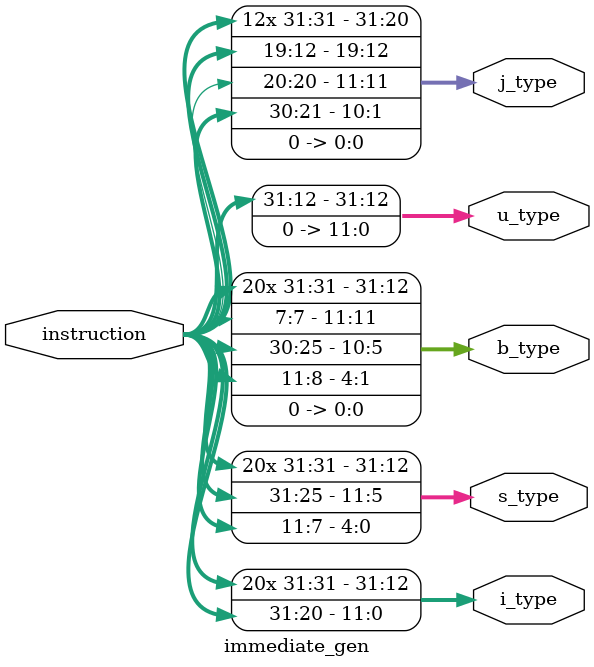
<source format=sv>
module immediate_gen (
    input  logic [31:7] instruction,   // Instruction bits [31:7]
    output logic [31:0] i_type,        // I-type immediate
    output logic [31:0] s_type,        // S-type immediate
    output logic [31:0] b_type,        // B-type immediate
    output logic [31:0] u_type,        // U-type immediate
    output logic [31:0] j_type         // J-type immediate
);

    // I-type immediate: sign-extended 12-bit immediate
    assign i_type = {{20{instruction[31]}}, instruction[31:20]};
    
    // S-type immediate: sign-extended 12-bit immediate from scattered fields
    assign s_type = {{20{instruction[31]}}, instruction[31:25], instruction[11:7]};
    
    // B-type immediate: sign-extended 13-bit immediate from scattered fields
    assign b_type = {{19{instruction[31]}}, instruction[31], instruction[7], 
                    instruction[30:25], instruction[11:8], 1'b0};
    
    // U-type immediate: 20-bit upper immediate
    assign u_type = {instruction[31:12], 12'b0};
    
    // J-type immediate: sign-extended 21-bit immediate from scattered fields
    assign j_type = {{11{instruction[31]}}, instruction[31], instruction[19:12],
                    instruction[20], instruction[30:21], 1'b0};

endmodule 

</source>
